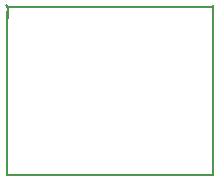
<source format=gbr>
G04 #@! TF.FileFunction,Profile,NP*
%FSLAX46Y46*%
G04 Gerber Fmt 4.6, Leading zero omitted, Abs format (unit mm)*
G04 Created by KiCad (PCBNEW 4.0.2-stable) date 6/23/2016 4:44:23 PM*
%MOMM*%
G01*
G04 APERTURE LIST*
%ADD10C,0.100000*%
%ADD11C,0.150000*%
G04 APERTURE END LIST*
D10*
D11*
X165000000Y-95400000D02*
X164900000Y-95400000D01*
X165000000Y-94650000D02*
X165000000Y-95400000D01*
X165050000Y-94600000D02*
X165000000Y-94650000D01*
X164900000Y-94450000D02*
X165050000Y-94600000D01*
X182400000Y-94450000D02*
X164900000Y-94450000D01*
X164850000Y-94350000D02*
X164900000Y-94400000D01*
X182400000Y-108700000D02*
X182400000Y-94350000D01*
X164950000Y-108700000D02*
X182400000Y-108700000D01*
X164950000Y-94800000D02*
X164950000Y-108700000D01*
M02*

</source>
